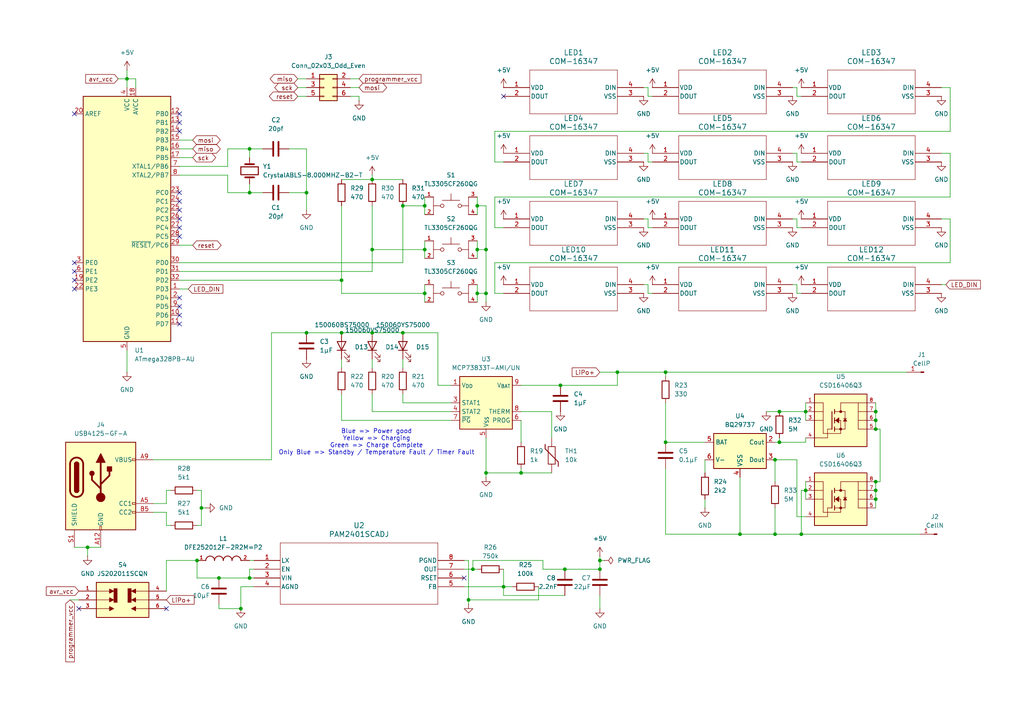
<source format=kicad_sch>
(kicad_sch (version 20231120) (generator "eeschema") (generator_version "8.0")
  (paper "A4")
  (junction (at 25.4 158.75))
  (junction (at 138.43 72.39))
  (junction (at 193.04 107.95))
  (junction (at 146.05 170.18))
  (junction (at 224.79 133.35))
  (junction (at 163.83 165.1))
  (junction (at 107.95 72.39))
  (junction (at 193.04 128.27))
  (junction (at 254 139.7))
  (junction (at 140.97 137.16))
  (junction (at 72.39 167.64))
  (junction (at 254 144.78))
  (junction (at 72.39 55.88))
  (junction (at 88.9 55.88))
  (junction (at 254 119.38))
  (junction (at 233.68 142.24))
  (junction (at 135.89 173.99))
  (junction (at 226.06 128.27))
  (junction (at 63.5 167.64))
  (junction (at 140.97 85.09))
  (junction (at 123.19 59.69))
  (junction (at 69.85 176.53))
  (junction (at 232.41 154.94))
  (junction (at 226.06 119.38))
  (junction (at 36.83 22.86))
  (junction (at 99.06 96.52))
  (junction (at 138.43 59.69))
  (junction (at 173.99 165.1))
  (junction (at 107.95 52.07))
  (junction (at 138.43 85.09))
  (junction (at 151.13 137.16))
  (junction (at 58.42 147.32))
  (junction (at 123.19 72.39))
  (junction (at 233.68 119.38))
  (junction (at 254 142.24))
  (junction (at 99.06 81.28))
  (junction (at 224.79 154.94))
  (junction (at 137.16 165.1))
  (junction (at 162.56 111.76))
  (junction (at 214.63 154.94))
  (junction (at 116.84 59.69))
  (junction (at 123.19 85.09))
  (junction (at 107.95 96.52))
  (junction (at 57.15 162.56))
  (junction (at 88.9 96.52))
  (junction (at 140.97 72.39))
  (junction (at 254 121.92))
  (junction (at 116.84 96.52))
  (junction (at 179.07 107.95))
  (junction (at 254 124.46))
  (junction (at 72.39 43.18))
  (junction (at 173.99 162.56))
  (no_connect (at 21.59 83.82))
  (no_connect (at 52.07 33.02))
  (no_connect (at 52.07 88.9))
  (no_connect (at 52.07 60.96))
  (no_connect (at 52.07 68.58))
  (no_connect (at 52.07 55.88))
  (no_connect (at 134.62 167.64))
  (no_connect (at 146.05 27.94))
  (no_connect (at 52.07 91.44))
  (no_connect (at 21.59 76.2))
  (no_connect (at 52.07 38.1))
  (no_connect (at 52.07 35.56))
  (no_connect (at 21.59 78.74))
  (no_connect (at 22.86 176.53))
  (no_connect (at 48.26 176.53))
  (no_connect (at 52.07 58.42))
  (no_connect (at 52.07 63.5))
  (no_connect (at 52.07 86.36))
  (no_connect (at 52.07 93.98))
  (no_connect (at 21.59 33.02))
  (no_connect (at 21.59 81.28))
  (no_connect (at 52.07 66.04))
  (wire (pts (xy 99.06 52.07) (xy 107.95 52.07)))
  (wire (pts (xy 224.79 133.35) (xy 224.79 139.7)))
  (wire (pts (xy 52.07 50.8) (xy 66.04 50.8)))
  (wire (pts (xy 107.95 50.8) (xy 107.95 52.07)))
  (wire (pts (xy 88.9 96.52) (xy 99.06 96.52)))
  (wire (pts (xy 78.74 96.52) (xy 88.9 96.52)))
  (wire (pts (xy 66.04 48.26) (xy 66.04 43.18)))
  (wire (pts (xy 73.66 170.18) (xy 69.85 170.18)))
  (wire (pts (xy 179.07 107.95) (xy 193.04 107.95)))
  (wire (pts (xy 143.51 46.99) (xy 146.05 46.99)))
  (wire (pts (xy 231.14 66.04) (xy 231.14 63.5)))
  (wire (pts (xy 63.5 167.64) (xy 72.39 167.64)))
  (wire (pts (xy 138.43 59.69) (xy 138.43 62.23)))
  (wire (pts (xy 231.14 85.09) (xy 231.14 82.55)))
  (wire (pts (xy 275.59 76.2) (xy 275.59 63.5)))
  (wire (pts (xy 233.68 142.24) (xy 233.68 144.78)))
  (wire (pts (xy 231.14 133.35) (xy 231.14 149.86)))
  (wire (pts (xy 116.84 104.14) (xy 116.84 106.68)))
  (wire (pts (xy 72.39 165.1) (xy 72.39 167.64)))
  (wire (pts (xy 151.13 121.92) (xy 151.13 128.27)))
  (wire (pts (xy 86.36 22.86) (xy 88.9 22.86)))
  (wire (pts (xy 193.04 154.94) (xy 214.63 154.94)))
  (wire (pts (xy 58.42 152.4) (xy 57.15 152.4)))
  (wire (pts (xy 123.19 69.85) (xy 123.19 72.39)))
  (wire (pts (xy 143.51 66.04) (xy 146.05 66.04)))
  (wire (pts (xy 231.14 63.5) (xy 229.87 63.5)))
  (wire (pts (xy 157.48 165.1) (xy 163.83 165.1)))
  (wire (pts (xy 72.39 162.56) (xy 73.66 162.56)))
  (wire (pts (xy 231.14 44.45) (xy 229.87 44.45)))
  (wire (pts (xy 52.07 48.26) (xy 66.04 48.26)))
  (wire (pts (xy 116.84 59.69) (xy 123.19 59.69)))
  (wire (pts (xy 107.95 114.3) (xy 107.95 119.38)))
  (wire (pts (xy 151.13 137.16) (xy 140.97 137.16)))
  (wire (pts (xy 58.42 142.24) (xy 57.15 142.24)))
  (wire (pts (xy 275.59 25.4) (xy 273.05 25.4)))
  (wire (pts (xy 193.04 128.27) (xy 204.47 128.27)))
  (wire (pts (xy 232.41 46.99) (xy 231.14 46.99)))
  (wire (pts (xy 134.62 165.1) (xy 137.16 165.1)))
  (wire (pts (xy 173.99 162.56) (xy 173.99 161.29)))
  (wire (pts (xy 187.96 85.09) (xy 187.96 82.55)))
  (wire (pts (xy 273.05 82.55) (xy 274.32 82.55)))
  (wire (pts (xy 123.19 57.15) (xy 123.19 59.69)))
  (wire (pts (xy 36.83 101.6) (xy 36.83 107.95)))
  (wire (pts (xy 189.23 46.99) (xy 187.96 46.99)))
  (wire (pts (xy 78.74 133.35) (xy 44.45 133.35)))
  (wire (pts (xy 204.47 133.35) (xy 204.47 137.16)))
  (wire (pts (xy 224.79 154.94) (xy 232.41 154.94)))
  (wire (pts (xy 140.97 72.39) (xy 138.43 72.39)))
  (wire (pts (xy 156.21 173.99) (xy 135.89 173.99)))
  (wire (pts (xy 72.39 167.64) (xy 73.66 167.64)))
  (wire (pts (xy 123.19 85.09) (xy 123.19 87.63)))
  (wire (pts (xy 232.41 27.94) (xy 231.14 27.94)))
  (wire (pts (xy 36.83 25.4) (xy 36.83 22.86)))
  (wire (pts (xy 66.04 50.8) (xy 66.04 55.88)))
  (wire (pts (xy 224.79 147.32) (xy 224.79 154.94)))
  (wire (pts (xy 138.43 82.55) (xy 138.43 85.09)))
  (wire (pts (xy 254 119.38) (xy 254 121.92)))
  (wire (pts (xy 151.13 111.76) (xy 162.56 111.76)))
  (wire (pts (xy 69.85 176.53) (xy 69.85 170.18)))
  (wire (pts (xy 107.95 52.07) (xy 116.84 52.07)))
  (wire (pts (xy 231.14 46.99) (xy 231.14 44.45)))
  (wire (pts (xy 107.95 119.38) (xy 130.81 119.38)))
  (wire (pts (xy 193.04 135.89) (xy 193.04 154.94)))
  (wire (pts (xy 140.97 72.39) (xy 140.97 59.69)))
  (wire (pts (xy 254 139.7) (xy 254 142.24)))
  (wire (pts (xy 226.06 128.27) (xy 233.68 128.27)))
  (wire (pts (xy 231.14 25.4) (xy 229.87 25.4)))
  (wire (pts (xy 232.41 142.24) (xy 233.68 142.24)))
  (wire (pts (xy 63.5 176.53) (xy 63.5 175.26)))
  (wire (pts (xy 127 111.76) (xy 127 96.52)))
  (wire (pts (xy 143.51 57.15) (xy 275.59 57.15)))
  (wire (pts (xy 107.95 59.69) (xy 107.95 72.39)))
  (wire (pts (xy 140.97 137.16) (xy 140.97 138.43)))
  (wire (pts (xy 52.07 83.82) (xy 54.61 83.82)))
  (wire (pts (xy 214.63 154.94) (xy 224.79 154.94)))
  (wire (pts (xy 254 144.78) (xy 254 147.32)))
  (wire (pts (xy 107.95 72.39) (xy 123.19 72.39)))
  (wire (pts (xy 99.06 121.92) (xy 99.06 114.3)))
  (wire (pts (xy 88.9 60.96) (xy 88.9 55.88)))
  (wire (pts (xy 36.83 22.86) (xy 39.37 22.86)))
  (wire (pts (xy 231.14 149.86) (xy 233.68 149.86)))
  (wire (pts (xy 231.14 82.55) (xy 229.87 82.55)))
  (wire (pts (xy 72.39 45.72) (xy 72.39 43.18)))
  (wire (pts (xy 88.9 55.88) (xy 88.9 43.18)))
  (wire (pts (xy 187.96 25.4) (xy 186.69 25.4)))
  (wire (pts (xy 116.84 116.84) (xy 130.81 116.84)))
  (wire (pts (xy 88.9 43.18) (xy 83.82 43.18)))
  (wire (pts (xy 134.62 170.18) (xy 146.05 170.18)))
  (wire (pts (xy 48.26 162.56) (xy 57.15 162.56)))
  (wire (pts (xy 146.05 170.18) (xy 146.05 165.1)))
  (wire (pts (xy 224.79 133.35) (xy 231.14 133.35)))
  (wire (pts (xy 193.04 109.22) (xy 193.04 107.95)))
  (wire (pts (xy 143.51 38.1) (xy 143.51 46.99)))
  (wire (pts (xy 104.14 27.94) (xy 101.6 27.94)))
  (wire (pts (xy 137.16 165.1) (xy 137.16 162.56)))
  (wire (pts (xy 255.27 139.7) (xy 254 139.7)))
  (wire (pts (xy 52.07 76.2) (xy 116.84 76.2)))
  (wire (pts (xy 99.06 81.28) (xy 99.06 85.09)))
  (wire (pts (xy 48.26 148.59) (xy 44.45 148.59)))
  (wire (pts (xy 156.21 170.18) (xy 156.21 173.99)))
  (wire (pts (xy 254 124.46) (xy 255.27 124.46)))
  (wire (pts (xy 48.26 146.05) (xy 44.45 146.05)))
  (wire (pts (xy 36.83 20.32) (xy 36.83 22.86)))
  (wire (pts (xy 146.05 172.72) (xy 146.05 170.18)))
  (wire (pts (xy 25.4 158.75) (xy 29.21 158.75)))
  (wire (pts (xy 58.42 147.32) (xy 59.69 147.32)))
  (wire (pts (xy 160.02 119.38) (xy 160.02 127)))
  (wire (pts (xy 107.95 104.14) (xy 107.95 106.68)))
  (wire (pts (xy 226.06 127) (xy 226.06 128.27)))
  (wire (pts (xy 143.51 38.1) (xy 275.59 38.1)))
  (wire (pts (xy 135.89 173.99) (xy 135.89 162.56)))
  (wire (pts (xy 66.04 43.18) (xy 72.39 43.18)))
  (wire (pts (xy 107.95 96.52) (xy 116.84 96.52)))
  (wire (pts (xy 146.05 85.09) (xy 143.51 85.09)))
  (wire (pts (xy 140.97 85.09) (xy 140.97 87.63)))
  (wire (pts (xy 123.19 59.69) (xy 123.19 62.23)))
  (wire (pts (xy 179.07 111.76) (xy 179.07 107.95)))
  (wire (pts (xy 151.13 137.16) (xy 160.02 137.16)))
  (wire (pts (xy 187.96 27.94) (xy 187.96 25.4)))
  (wire (pts (xy 63.5 176.53) (xy 69.85 176.53)))
  (wire (pts (xy 135.89 175.26) (xy 135.89 173.99)))
  (wire (pts (xy 187.96 46.99) (xy 187.96 44.45)))
  (wire (pts (xy 255.27 124.46) (xy 255.27 139.7)))
  (wire (pts (xy 52.07 45.72) (xy 55.88 45.72)))
  (wire (pts (xy 231.14 27.94) (xy 231.14 25.4)))
  (wire (pts (xy 21.59 158.75) (xy 25.4 158.75)))
  (wire (pts (xy 58.42 147.32) (xy 58.42 142.24)))
  (wire (pts (xy 39.37 22.86) (xy 39.37 25.4)))
  (wire (pts (xy 123.19 82.55) (xy 123.19 85.09)))
  (wire (pts (xy 34.29 22.86) (xy 36.83 22.86)))
  (wire (pts (xy 189.23 66.04) (xy 187.96 66.04)))
  (wire (pts (xy 233.68 139.7) (xy 233.68 142.24)))
  (wire (pts (xy 137.16 165.1) (xy 138.43 165.1)))
  (wire (pts (xy 57.15 162.56) (xy 57.15 167.64)))
  (wire (pts (xy 99.06 59.69) (xy 99.06 81.28)))
  (wire (pts (xy 233.68 128.27) (xy 233.68 127)))
  (wire (pts (xy 157.48 162.56) (xy 157.48 165.1)))
  (wire (pts (xy 107.95 78.74) (xy 107.95 72.39)))
  (wire (pts (xy 72.39 53.34) (xy 72.39 55.88)))
  (wire (pts (xy 72.39 55.88) (xy 76.2 55.88)))
  (wire (pts (xy 214.63 138.43) (xy 214.63 154.94)))
  (wire (pts (xy 138.43 85.09) (xy 138.43 87.63)))
  (wire (pts (xy 99.06 96.52) (xy 107.95 96.52)))
  (wire (pts (xy 48.26 171.45) (xy 48.26 162.56)))
  (wire (pts (xy 99.06 85.09) (xy 123.19 85.09)))
  (wire (pts (xy 187.96 66.04) (xy 187.96 63.5)))
  (wire (pts (xy 151.13 119.38) (xy 160.02 119.38)))
  (wire (pts (xy 123.19 72.39) (xy 123.19 74.93)))
  (wire (pts (xy 162.56 111.76) (xy 179.07 111.76)))
  (wire (pts (xy 127 96.52) (xy 116.84 96.52)))
  (wire (pts (xy 49.53 142.24) (xy 48.26 142.24)))
  (wire (pts (xy 143.51 76.2) (xy 275.59 76.2)))
  (wire (pts (xy 222.25 119.38) (xy 226.06 119.38)))
  (wire (pts (xy 187.96 82.55) (xy 186.69 82.55)))
  (wire (pts (xy 187.96 44.45) (xy 186.69 44.45)))
  (wire (pts (xy 49.53 152.4) (xy 48.26 152.4)))
  (wire (pts (xy 72.39 43.18) (xy 76.2 43.18)))
  (wire (pts (xy 187.96 63.5) (xy 186.69 63.5)))
  (wire (pts (xy 52.07 81.28) (xy 99.06 81.28)))
  (wire (pts (xy 193.04 128.27) (xy 193.04 116.84)))
  (wire (pts (xy 58.42 147.32) (xy 58.42 152.4)))
  (wire (pts (xy 140.97 127) (xy 140.97 137.16)))
  (wire (pts (xy 52.07 78.74) (xy 107.95 78.74)))
  (wire (pts (xy 140.97 85.09) (xy 140.97 72.39)))
  (wire (pts (xy 151.13 137.16) (xy 151.13 135.89)))
  (wire (pts (xy 86.36 27.94) (xy 88.9 27.94)))
  (wire (pts (xy 99.06 104.14) (xy 99.06 106.68)))
  (wire (pts (xy 275.59 57.15) (xy 275.59 44.45)))
  (wire (pts (xy 52.07 43.18) (xy 55.88 43.18)))
  (wire (pts (xy 116.84 76.2) (xy 116.84 59.69)))
  (wire (pts (xy 233.68 116.84) (xy 233.68 119.38)))
  (wire (pts (xy 275.59 44.45) (xy 273.05 44.45)))
  (wire (pts (xy 137.16 162.56) (xy 157.48 162.56)))
  (wire (pts (xy 52.07 71.12) (xy 55.88 71.12)))
  (wire (pts (xy 101.6 25.4) (xy 104.14 25.4)))
  (wire (pts (xy 232.41 66.04) (xy 231.14 66.04)))
  (wire (pts (xy 130.81 111.76) (xy 127 111.76)))
  (wire (pts (xy 20.32 173.99) (xy 22.86 173.99)))
  (wire (pts (xy 143.51 66.04) (xy 143.51 57.15)))
  (wire (pts (xy 173.99 162.56) (xy 173.99 165.1)))
  (wire (pts (xy 232.41 154.94) (xy 232.41 142.24)))
  (wire (pts (xy 101.6 22.86) (xy 104.14 22.86)))
  (wire (pts (xy 146.05 170.18) (xy 148.59 170.18)))
  (wire (pts (xy 163.83 165.1) (xy 173.99 165.1)))
  (wire (pts (xy 86.36 25.4) (xy 88.9 25.4)))
  (wire (pts (xy 66.04 55.88) (xy 72.39 55.88)))
  (wire (pts (xy 173.99 107.95) (xy 179.07 107.95)))
  (wire (pts (xy 48.26 142.24) (xy 48.26 146.05)))
  (wire (pts (xy 116.84 114.3) (xy 116.84 116.84)))
  (wire (pts (xy 83.82 55.88) (xy 88.9 55.88)))
  (wire (pts (xy 233.68 119.38) (xy 233.68 121.92)))
  (wire (pts (xy 224.79 128.27) (xy 226.06 128.27)))
  (wire (pts (xy 143.51 85.09) (xy 143.51 76.2)))
  (wire (pts (xy 52.07 40.64) (xy 55.88 40.64)))
  (wire (pts (xy 163.83 172.72) (xy 146.05 172.72)))
  (wire (pts (xy 232.41 85.09) (xy 231.14 85.09)))
  (wire (pts (xy 135.89 162.56) (xy 134.62 162.56)))
  (wire (pts (xy 138.43 72.39) (xy 138.43 74.93)))
  (wire (pts (xy 104.14 29.21) (xy 104.14 27.94)))
  (wire (pts (xy 138.43 57.15) (xy 138.43 59.69)))
  (wire (pts (xy 254 116.84) (xy 254 119.38)))
  (wire (pts (xy 48.26 152.4) (xy 48.26 148.59)))
  (wire (pts (xy 204.47 144.78) (xy 204.47 147.32)))
  (wire (pts (xy 57.15 167.64) (xy 63.5 167.64)))
  (wire (pts (xy 25.4 158.75) (xy 25.4 161.29)))
  (wire (pts (xy 73.66 165.1) (xy 72.39 165.1)))
  (wire (pts (xy 138.43 69.85) (xy 138.43 72.39)))
  (wire (pts (xy 189.23 85.09) (xy 187.96 85.09)))
  (wire (pts (xy 173.99 162.56) (xy 175.26 162.56)))
  (wire (pts (xy 266.7 154.94) (xy 232.41 154.94)))
  (wire (pts (xy 193.04 107.95) (xy 262.89 107.95)))
  (wire (pts (xy 173.99 172.72) (xy 173.99 176.53)))
  (wire (pts (xy 78.74 96.52) (xy 78.74 133.35)))
  (wire (pts (xy 275.59 63.5) (xy 273.05 63.5)))
  (wire (pts (xy 226.06 119.38) (xy 233.68 119.38)))
  (wire (pts (xy 254 121.92) (xy 254 124.46)))
  (wire (pts (xy 275.59 38.1) (xy 275.59 25.4)))
  (wire (pts (xy 189.23 27.94) (xy 187.96 27.94)))
  (wire (pts (xy 138.43 85.09) (xy 140.97 85.09)))
  (wire (pts (xy 254 142.24) (xy 254 144.78)))
  (wire (pts (xy 130.81 121.92) (xy 99.06 121.92)))
  (wire (pts (xy 140.97 59.69) (xy 138.43 59.69)))
  (text "Blue => Power good\nYellow => Charging\nGreen => Charge Complete\nOnly Blue => Standby / Temperature Fault / Timer Fault" (at 109.22 128.27 0) (effects (font (size 1.27 1.27))))
  (global_label "LiPo+" (shape input) (at 173.99 107.95 180) (property "Intersheetrefs" "${INTERSHEET_REFS}" (effects (hide yes))))
  (global_label "sck" (shape bidirectional) (at 86.36 25.4 180) (property "Intersheetrefs" "${INTERSHEET_REFS}" (effects (hide yes))))
  (global_label "reset" (shape bidirectional) (at 55.88 71.12 0) (property "Intersheetrefs" "${INTERSHEET_REFS}" (effects (hide yes))))
  (global_label "miso" (shape bidirectional) (at 86.36 22.86 180) (property "Intersheetrefs" "${INTERSHEET_REFS}" (effects (hide yes))))
  (global_label "avr_vcc" (shape input) (at 34.29 22.86 180) (property "Intersheetrefs" "${INTERSHEET_REFS}" (effects (hide yes))))
  (global_label "LED_DIN" (shape input) (at 54.61 83.82 0) (property "Intersheetrefs" "${INTERSHEET_REFS}" (effects (hide yes))))
  (global_label "avr_vcc" (shape input) (at 22.86 171.45 180) (property "Intersheetrefs" "${INTERSHEET_REFS}" (effects (hide yes))))
  (global_label "mosi" (shape bidirectional) (at 104.14 25.4 0) (property "Intersheetrefs" "${INTERSHEET_REFS}" (effects (hide yes))))
  (global_label "miso" (shape bidirectional) (at 55.88 43.18 0) (property "Intersheetrefs" "${INTERSHEET_REFS}" (effects (hide yes))))
  (global_label "sck" (shape bidirectional) (at 55.88 45.72 0) (property "Intersheetrefs" "${INTERSHEET_REFS}" (effects (hide yes))))
  (global_label "LED_DIN" (shape input) (at 274.32 82.55 0) (property "Intersheetrefs" "${INTERSHEET_REFS}" (effects (hide yes))))
  (global_label "reset" (shape bidirectional) (at 86.36 27.94 180) (property "Intersheetrefs" "${INTERSHEET_REFS}" (effects (hide yes))))
  (global_label "programmer_vcc" (shape input) (at 20.32 173.99 270) (property "Intersheetrefs" "${INTERSHEET_REFS}" (effects (hide yes))))
  (global_label "LiPo+" (shape input) (at 48.26 173.99 0) (property "Intersheetrefs" "${INTERSHEET_REFS}" (effects (hide yes))))
  (global_label "programmer_vcc" (shape input) (at 104.14 22.86 0) (property "Intersheetrefs" "${INTERSHEET_REFS}" (effects (hide yes))))
  (global_label "mosi" (shape bidirectional) (at 55.88 40.64 0) (property "Intersheetrefs" "${INTERSHEET_REFS}" (effects (hide yes))))
  (symbol (lib_id "power:GND") (at 186.69 46.99 0) (unit 1)
    (property "Reference" "#PWR040" (effects (hide yes)))
    (property "Value" "GND" (at 186.69 52.07 0))
    (property "Description" "Power symbol creates a global label with name \"GND\" , ground" (effects (hide yes)))
  )
  (symbol (lib_id "power:+5V") (at 232.41 82.55 0) (unit 1)
    (property "Reference" "#PWR030" (effects (hide yes)))
    (property "Value" "+5V" (at 232.41 77.47 0))
    (property "Description" "Power symbol creates a global label with name \"+5V\"" (effects (hide yes)))
  )
  (symbol (lib_id "2025-02-10_07-18-37:PAM2401SCADJ") (at 73.66 162.56 0) (unit 1)
    (property "Reference" "U2" (at 104.14 152.4 0) (effects (font (size 1.524 1.524))))
    (property "Value" "PAM2401SCADJ" (at 104.14 154.94 0) (effects (font (size 1.524 1.524))))
    (property "Footprint" "footprints:MSOP8_DIO" (effects (hide yes)))
    (property "Datasheet" "PAM2401SCADJ" (effects (hide yes)))
  )
  (symbol (lib_id "Device:LED") (at 107.95 100.33 90) (unit 1)
    (property "Reference" "D14" (at 111.76 100.6474 90) (effects (justify right)))
    (property "Value" "150060VS75000" (at 100.076 95.758 90) (effects (justify right)))
    (property "Footprint" "LED_SMD:LED_0603_1608Metric" (effects (hide yes)))
    (property "Description" "Light emitting diode" (effects (hide yes)))
  )
  (symbol (lib_id "Device:R") (at 226.06 123.19 180) (unit 1)
    (property "Reference" "R32" (at 228.6 121.9199 0) (effects (justify right)))
    (property "Value" "5M" (at 228.6 124.4599 0) (effects (justify right)))
    (property "Footprint" "Resistor_SMD:R_1206_3216Metric_Pad1.30x1.75mm_HandSolder" (effects (hide yes)))
    (property "Description" "Resistor" (effects (hide yes)))
  )
  (symbol (lib_id "2025-02-11_20-59-00:COM-16347") (at 189.23 25.4 0) (unit 1)
    (property "Reference" "LED2" (at 209.55 15.24 0) (effects (font (size 1.524 1.524))))
    (property "Value" "COM-16347" (at 209.55 17.78 0) (effects (font (size 1.524 1.524))))
    (property "Footprint" "COM_16347:COM-16347_SPK" (effects (hide yes)))
    (property "Datasheet" "COM-16347" (effects (hide yes)))
  )
  (symbol (lib_id "Device:C") (at 163.83 168.91 180) (unit 1)
    (property "Reference" "C8" (at 158.496 167.64 0) (effects (justify right)))
    (property "Value" "2.2nF" (at 156.21 170.18 0) (effects (justify right)))
    (property "Footprint" "Capacitor_SMD:C_1206_3216Metric_Pad1.33x1.80mm_HandSolder" (effects (hide yes)))
    (property "Description" "Unpolarized capacitor" (effects (hide yes)))
  )
  (symbol (lib_id "power:GND") (at 173.99 176.53 0) (unit 1)
    (property "Reference" "#PWR021" (effects (hide yes)))
    (property "Value" "GND" (at 173.99 181.61 0))
    (property "Description" "Power symbol creates a global label with name \"GND\" , ground" (effects (hide yes)))
  )
  (symbol (lib_id "power:+5V") (at 189.23 25.4 0) (unit 1)
    (property "Reference" "#PWR09" (effects (hide yes)))
    (property "Value" "+5V" (at 189.23 20.32 0))
    (property "Description" "Power symbol creates a global label with name \"+5V\"" (effects (hide yes)))
  )
  (symbol (lib_id "power:+5V") (at 232.41 44.45 0) (unit 1)
    (property "Reference" "#PWR028" (effects (hide yes)))
    (property "Value" "+5V" (at 232.41 39.37 0))
    (property "Description" "Power symbol creates a global label with name \"+5V\"" (effects (hide yes)))
  )
  (symbol (lib_id "TL3305CF260QG:TL3305CF260QG") (at 130.81 59.69 0) (unit 1)
    (property "Reference" "S1" (at 130.81 50.8 0))
    (property "Value" "TL3305CF260QG" (at 130.81 53.34 0))
    (property "Footprint" "TL3305CF260QG:SW_TL3305CF260QG" (effects (hide yes)))
    (property "PARTREV" "C" (effects (hide yes)))
    (property "STANDARD" "Manufacturer Recommendations" (effects (hide yes)))
    (property "MANUFACTURER" "E-Switch" (effects (hide yes)))
    (property "MAXIMUM_PACKAGE_HEIGHT" "5 mm" (effects (hide yes)))
    (property "SNAPEDA_PN" "TL3305BF260QG" (effects (hide yes)))
  )
  (symbol (lib_id "power:GND") (at 273.05 66.04 0) (unit 1)
    (property "Reference" "#PWR032" (effects (hide yes)))
    (property "Value" "GND" (at 273.05 71.12 0))
    (property "Description" "Power symbol creates a global label with name \"GND\" , ground" (effects (hide yes)))
  )
  (symbol (lib_id "power:+5V") (at 189.23 44.45 0) (unit 1)
    (property "Reference" "#PWR010" (effects (hide yes)))
    (property "Value" "+5V" (at 189.23 39.37 0))
    (property "Description" "Power symbol creates a global label with name \"+5V\"" (effects (hide yes)))
  )
  (symbol (lib_id "power:+5V") (at 36.83 20.32 0) (unit 1)
    (property "Reference" "#PWR03" (effects (hide yes)))
    (property "Value" "+5V" (at 36.83 15.24 0))
    (property "Description" "Power symbol creates a global label with name \"+5V\"" (effects (hide yes)))
  )
  (symbol (lib_id "Device:C") (at 63.5 171.45 180) (unit 1)
    (property "Reference" "C6" (at 58.166 170.18 0) (effects (justify right)))
    (property "Value" "10µF" (at 55.88 172.72 0) (effects (justify right)))
    (property "Footprint" "Capacitor_SMD:C_1206_3216Metric_Pad1.33x1.80mm_HandSolder" (effects (hide yes)))
    (property "Description" "Unpolarized capacitor" (effects (hide yes)))
  )
  (symbol (lib_id "power:GND") (at 162.56 119.38 0) (unit 1)
    (property "Reference" "#PWR013" (effects (hide yes)))
    (property "Value" "GND" (at 162.56 124.46 0))
    (property "Description" "Power symbol creates a global label with name \"GND\" , ground" (effects (hide yes)))
  )
  (symbol (lib_id "power:GND") (at 229.87 27.94 0) (unit 1)
    (property "Reference" "#PWR035" (effects (hide yes)))
    (property "Value" "GND" (at 229.87 33.02 0))
    (property "Description" "Power symbol creates a global label with name \"GND\" , ground" (effects (hide yes)))
  )
  (symbol (lib_id "Device:C") (at 173.99 168.91 180) (unit 1)
    (property "Reference" "C7" (at 168.656 167.64 0) (effects (justify right)))
    (property "Value" "22µF" (at 166.37 170.18 0) (effects (justify right)))
    (property "Footprint" "Capacitor_SMD:C_1206_3216Metric_Pad1.33x1.80mm_HandSolder" (effects (hide yes)))
    (property "Description" "Unpolarized capacitor" (effects (hide yes)))
  )
  (symbol (lib_id "CSD16406Q3:CSD16406Q3") (at 243.84 121.92 0) (unit 1)
    (property "Reference" "U5" (at 243.84 109.22 0))
    (property "Value" "CSD16406Q3" (at 243.84 111.76 0))
    (property "Footprint" "CSD16406Q3:TRANS_CSD16406Q3" (effects (hide yes)))
    (property "MF" "Texas Instruments" (effects (hide yes)))
    (property "MOUSER-PURCHASE-URL" "https://snapeda.com/shop?store=Mouser&id=288071" (effects (hide yes)))
    (property "DESCRIPTION" "25V, N ch NexFET MOSFET, single SON3x3, 7.4mOhm 8-VSON-CLIP -55 to 150" (effects (hide yes)))
    (property "PACKAGE" "VSON-CLIP-8 Texas Instruments" (effects (hide yes)))
    (property "PRICE" "None" (effects (hide yes)))
    (property "MP" "CSD16406Q3" (effects (hide yes)))
    (property "TEXAS_INSTRUMENTS-PURCHASE-URL" "https://snapeda.com/shop?store=Texas+Instruments&id=288071" (effects (hide yes)))
    (property "AVAILABILITY" "Good" (effects (hide yes)))
    (property "DIGIKEY-PURCHASE-URL" "https://snapeda.com/shop?store=DigiKey&id=288071" (effects (hide yes)))
  )
  (symbol (lib_id "power:GND") (at 229.87 46.99 0) (unit 1)
    (property "Reference" "#PWR036" (effects (hide yes)))
    (property "Value" "GND" (at 229.87 52.07 0))
    (property "Description" "Power symbol creates a global label with name \"GND\" , ground" (effects (hide yes)))
  )
  (symbol (lib_id "Device:R") (at 152.4 170.18 90) (unit 1)
    (property "Reference" "R25" (at 152.4 163.83 90))
    (property "Value" "100k" (at 152.4 166.37 90))
    (property "Footprint" "Resistor_SMD:R_1206_3216Metric_Pad1.30x1.75mm_HandSolder" (effects (hide yes)))
    (property "Description" "Resistor" (effects (hide yes)))
  )
  (symbol (lib_id "2025-02-11_20-59-00:COM-16347") (at 232.41 63.5 0) (unit 1)
    (property "Reference" "LED9" (at 252.73 53.34 0) (effects (font (size 1.524 1.524))))
    (property "Value" "COM-16347" (at 252.73 55.88 0) (effects (font (size 1.524 1.524))))
    (property "Footprint" "COM_16347:COM-16347_SPK" (effects (hide yes)))
    (property "Datasheet" "COM-16347" (effects (hide yes)))
  )
  (symbol (lib_id "power:GND") (at 186.69 66.04 0) (unit 1)
    (property "Reference" "#PWR041" (effects (hide yes)))
    (property "Value" "GND" (at 186.69 71.12 0))
    (property "Description" "Power symbol creates a global label with name \"GND\" , ground" (effects (hide yes)))
  )
  (symbol (lib_id "power:+5V") (at 232.41 25.4 0) (unit 1)
    (property "Reference" "#PWR027" (effects (hide yes)))
    (property "Value" "+5V" (at 232.41 20.32 0))
    (property "Description" "Power symbol creates a global label with name \"+5V\"" (effects (hide yes)))
  )
  (symbol (lib_id "Device:R") (at 116.84 110.49 180) (unit 1)
    (property "Reference" "R21" (at 119.38 109.2199 0) (effects (justify right)))
    (property "Value" "470" (at 119.38 111.7599 0) (effects (justify right)))
    (property "Footprint" "Resistor_SMD:R_1206_3216Metric_Pad1.30x1.75mm_HandSolder" (effects (hide yes)))
    (property "Description" "Resistor" (effects (hide yes)))
  )
  (symbol (lib_id "TL3305CF260QG:TL3305CF260QG") (at 130.81 72.39 0) (unit 1)
    (property "Reference" "S2" (at 130.81 63.5 0))
    (property "Value" "TL3305CF260QG" (at 130.81 66.04 0))
    (property "Footprint" "TL3305CF260QG:SW_TL3305CF260QG" (effects (hide yes)))
    (property "PARTREV" "C" (effects (hide yes)))
    (property "STANDARD" "Manufacturer Recommendations" (effects (hide yes)))
    (property "MANUFACTURER" "E-Switch" (effects (hide yes)))
    (property "MAXIMUM_PACKAGE_HEIGHT" "5 mm" (effects (hide yes)))
    (property "SNAPEDA_PN" "TL3305BF260QG" (effects (hide yes)))
  )
  (symbol (lib_id "2025-02-11_20-59-00:COM-16347") (at 146.05 63.5 0) (unit 1)
    (property "Reference" "LED7" (at 166.37 53.34 0) (effects (font (size 1.524 1.524))))
    (property "Value" "COM-16347" (at 166.37 55.88 0) (effects (font (size 1.524 1.524))))
    (property "Footprint" "COM_16347:COM-16347_SPK" (effects (hide yes)))
    (property "Datasheet" "COM-16347" (effects (hide yes)))
  )
  (symbol (lib_id "Device:R") (at 116.84 55.88 0) (unit 1)
    (property "Reference" "R31" (at 119.38 54.6099 0) (effects (justify left)))
    (property "Value" "470" (at 119.38 57.1499 0) (effects (justify left)))
    (property "Footprint" "Resistor_SMD:R_1206_3216Metric_Pad1.30x1.75mm_HandSolder" (effects (hide yes)))
    (property "Description" "Resistor" (effects (hide yes)))
  )
  (symbol (lib_id "power:GND") (at 36.83 107.95 0) (unit 1)
    (property "Reference" "#PWR02" (effects (hide yes)))
    (property "Value" "GND" (at 36.83 113.03 0))
    (property "Description" "Power symbol creates a global label with name \"GND\" , ground" (effects (hide yes)))
  )
  (symbol (lib_id "power:+5V") (at 189.23 82.55 0) (unit 1)
    (property "Reference" "#PWR026" (effects (hide yes)))
    (property "Value" "+5V" (at 189.23 77.47 0))
    (property "Description" "Power symbol creates a global label with name \"+5V\"" (effects (hide yes)))
  )
  (symbol (lib_id "Device:R") (at 151.13 132.08 0) (unit 1)
    (property "Reference" "R19" (at 153.67 130.8099 0) (effects (justify left)))
    (property "Value" "1k" (at 153.67 133.3499 0) (effects (justify left)))
    (property "Footprint" "Resistor_SMD:R_1206_3216Metric_Pad1.30x1.75mm_HandSolder" (effects (hide yes)))
    (property "Description" "Resistor" (effects (hide yes)))
  )
  (symbol (lib_id "Device:R") (at 99.06 55.88 0) (unit 1)
    (property "Reference" "R29" (at 101.6 54.6099 0) (effects (justify left)))
    (property "Value" "470" (at 101.6 57.1499 0) (effects (justify left)))
    (property "Footprint" "Resistor_SMD:R_1206_3216Metric_Pad1.30x1.75mm_HandSolder" (effects (hide yes)))
    (property "Description" "Resistor" (effects (hide yes)))
  )
  (symbol (lib_id "power:GND") (at 229.87 66.04 0) (unit 1)
    (property "Reference" "#PWR037" (effects (hide yes)))
    (property "Value" "GND" (at 229.87 71.12 0))
    (property "Description" "Power symbol creates a global label with name \"GND\" , ground" (effects (hide yes)))
  )
  (symbol (lib_id "power:GND") (at 186.69 85.09 0) (unit 1)
    (property "Reference" "#PWR042" (effects (hide yes)))
    (property "Value" "GND" (at 186.69 90.17 0))
    (property "Description" "Power symbol creates a global label with name \"GND\" , ground" (effects (hide yes)))
  )
  (symbol (lib_id "power:GND") (at 273.05 27.94 0) (unit 1)
    (property "Reference" "#PWR034" (effects (hide yes)))
    (property "Value" "GND" (at 273.05 33.02 0))
    (property "Description" "Power symbol creates a global label with name \"GND\" , ground" (effects (hide yes)))
  )
  (symbol (lib_id "2025-02-11_20-59-00:COM-16347") (at 232.41 44.45 0) (unit 1)
    (property "Reference" "LED6" (at 252.73 34.29 0) (effects (font (size 1.524 1.524))))
    (property "Value" "COM-16347" (at 252.73 36.83 0) (effects (font (size 1.524 1.524))))
    (property "Footprint" "COM_16347:COM-16347_SPK" (effects (hide yes)))
    (property "Datasheet" "COM-16347" (effects (hide yes)))
  )
  (symbol (lib_id "power:GND") (at 186.69 27.94 0) (unit 1)
    (property "Reference" "#PWR039" (effects (hide yes)))
    (property "Value" "GND" (at 186.69 33.02 0))
    (property "Description" "Power symbol creates a global label with name \"GND\" , ground" (effects (hide yes)))
  )
  (symbol (lib_id "Device:R") (at 53.34 142.24 90) (unit 1)
    (property "Reference" "R28" (at 53.34 135.89 90))
    (property "Value" "5k1" (at 53.34 138.43 90))
    (property "Footprint" "Resistor_SMD:R_1206_3216Metric_Pad1.30x1.75mm_HandSolder" (effects (hide yes)))
    (property "Description" "Resistor" (effects (hide yes)))
  )
  (symbol (lib_id "power:+5V") (at 146.05 25.4 0) (unit 1)
    (property "Reference" "#PWR04" (effects (hide yes)))
    (property "Value" "+5V" (at 146.05 20.32 0))
    (property "Description" "Power symbol creates a global label with name \"+5V\"" (effects (hide yes)))
  )
  (symbol (lib_id "Device:Thermistor") (at 160.02 132.08 0) (unit 1)
    (property "Reference" "TH1" (at 163.83 130.8099 0) (effects (justify left)))
    (property "Value" "10k" (at 163.83 133.3499 0) (effects (justify left)))
    (property "Footprint" "Resistor_SMD:R_0603_1608Metric" (effects (hide yes)))
    (property "Description" "Temperature dependent resistor" (effects (hide yes)))
  )
  (symbol (lib_id "power:GND") (at 69.85 176.53 0) (unit 1)
    (property "Reference" "#PWR020" (effects (hide yes)))
    (property "Value" "GND" (at 69.85 181.61 0))
    (property "Description" "Power symbol creates a global label with name \"GND\" , ground" (effects (hide yes)))
  )
  (symbol (lib_id "DFE252012F-2R2M_P2:DFE252012F-2R2M=P2") (at 64.77 162.56 0) (unit 1)
    (property "Reference" "L1" (at 64.77 156.21 0))
    (property "Value" "DFE252012F-2R2M=P2" (at 64.77 158.75 0))
    (property "Footprint" "DF252012F-2R2M_P2:INDC2520X120N" (effects (hide yes)))
  )
  (symbol (lib_id "power:GND") (at 104.14 29.21 0) (unit 1)
    (property "Reference" "#PWR024" (effects (hide yes)))
    (property "Value" "GND" (at 104.14 34.29 0))
    (property "Description" "Power symbol creates a global label with name \"GND\" , ground" (effects (hide yes)))
  )
  (symbol (lib_id "Device:R") (at 204.47 140.97 180) (unit 1)
    (property "Reference" "R24" (at 207.01 139.6999 0) (effects (justify right)))
    (property "Value" "2k2" (at 207.01 142.2399 0) (effects (justify right)))
    (property "Footprint" "Resistor_SMD:R_1206_3216Metric_Pad1.30x1.75mm_HandSolder" (effects (hide yes)))
    (property "Description" "Resistor" (effects (hide yes)))
  )
  (symbol (lib_id "2025-02-11_20-59-00:COM-16347") (at 189.23 44.45 0) (unit 1)
    (property "Reference" "LED5" (at 209.55 34.29 0) (effects (font (size 1.524 1.524))))
    (property "Value" "COM-16347" (at 209.55 36.83 0) (effects (font (size 1.524 1.524))))
    (property "Footprint" "COM_16347:COM-16347_SPK" (effects (hide yes)))
    (property "Datasheet" "COM-16347" (effects (hide yes)))
  )
  (symbol (lib_id "2025-02-11_20-59-00:COM-16347") (at 146.05 25.4 0) (unit 1)
    (property "Reference" "LED1" (at 166.37 15.24 0) (effects (font (size 1.524 1.524))))
    (property "Value" "COM-16347" (at 166.37 17.78 0) (effects (font (size 1.524 1.524))))
    (property "Footprint" "COM_16347:COM-16347_SPK" (effects (hide yes)))
    (property "Datasheet" "COM-16347" (effects (hide yes)))
  )
  (symbol (lib_id "power:GND") (at 88.9 60.96 0) (unit 1)
    (property "Reference" "#PWR01" (effects (hide yes)))
    (property "Value" "GND" (at 88.9 66.04 0))
    (property "Description" "Power symbol creates a global label with name \"GND\" , ground" (effects (hide yes)))
  )
  (symbol (lib_id "Device:R") (at 224.79 143.51 180) (unit 1)
    (property "Reference" "R33" (at 227.33 142.2399 0) (effects (justify right)))
    (property "Value" "5M" (at 227.33 144.7799 0) (effects (justify right)))
    (property "Footprint" "Resistor_SMD:R_1206_3216Metric_Pad1.30x1.75mm_HandSolder" (effects (hide yes)))
    (property "Description" "Resistor" (effects (hide yes)))
  )
  (symbol (lib_id "power:PWR_FLAG") (at 175.26 162.56 270) (unit 1)
    (property "Reference" "#FLG01" (effects (hide yes)))
    (property "Value" "PWR_FLAG" (at 179.07 162.5599 90) (effects (justify left)))
    (property "Description" "Special symbol for telling ERC where power comes from" (effects (hide yes)))
  )
  (symbol (lib_id "power:GND") (at 25.4 161.29 0) (unit 1)
    (property "Reference" "#PWR018" (effects (hide yes)))
    (property "Value" "GND" (at 25.4 166.37 0))
    (property "Description" "Power symbol creates a global label with name \"GND\" , ground" (effects (hide yes)))
  )
  (symbol (lib_id "power:GND") (at 88.9 104.14 0) (unit 1)
    (property "Reference" "#PWR012" (effects (hide yes)))
    (property "Value" "GND" (at 88.9 109.22 0))
    (property "Description" "Power symbol creates a global label with name \"GND\" , ground" (effects (hide yes)))
  )
  (symbol (lib_id "Device:R") (at 142.24 165.1 270) (unit 1)
    (property "Reference" "R26" (at 142.24 158.75 90))
    (property "Value" "750k" (at 142.24 161.29 90))
    (property "Footprint" "Resistor_SMD:R_1206_3216Metric_Pad1.30x1.75mm_HandSolder" (effects (hide yes)))
    (property "Description" "Resistor" (effects (hide yes)))
  )
  (symbol (lib_id "2025-02-11_20-59-00:COM-16347") (at 189.23 63.5 0) (unit 1)
    (property "Reference" "LED8" (at 209.55 53.34 0) (effects (font (size 1.524 1.524))))
    (property "Value" "COM-16347" (at 209.55 55.88 0) (effects (font (size 1.524 1.524))))
    (property "Footprint" "COM_16347:COM-16347_SPK" (effects (hide yes)))
    (property "Datasheet" "COM-16347" (effects (hide yes)))
  )
  (symbol (lib_id "Device:R") (at 99.06 110.49 180) (unit 1)
    (property "Reference" "R22" (at 101.6 109.2199 0) (effects (justify right)))
    (property "Value" "470" (at 101.6 111.7599 0) (effects (justify right)))
    (property "Footprint" "Resistor_SMD:R_1206_3216Metric_Pad1.30x1.75mm_HandSolder" (effects (hide yes)))
    (property "Description" "Resistor" (effects (hide yes)))
  )
  (symbol (lib_id "Device:Crystal") (at 72.39 49.53 90) (unit 1)
    (property "Reference" "Y1" (at 76.2 48.2599 90) (effects (justify right)))
    (property "Value" "CrystalABLS-8.000MHZ-B2-T" (at 76.2 50.7999 90) (effects (justify right)))
    (property "Footprint" "Crystal:Crystal_SMD_HC49-SD" (effects (hide yes)))
    (property "Description" "Two pin crystal" (effects (hide yes)))
  )
  (symbol (lib_id "power:GND") (at 140.97 138.43 0) (unit 1)
    (property "Reference" "#PWR011" (effects (hide yes)))
    (property "Value" "GND" (at 140.97 143.51 0))
    (property "Description" "Power symbol creates a global label with name \"GND\" , ground" (effects (hide yes)))
  )
  (symbol (lib_id "power:GND") (at 273.05 46.99 0) (unit 1)
    (property "Reference" "#PWR033" (effects (hide yes)))
    (property "Value" "GND" (at 273.05 52.07 0))
    (property "Description" "Power symbol creates a global label with name \"GND\" , ground" (effects (hide yes)))
  )
  (symbol (lib_id "power:+5V") (at 232.41 63.5 0) (unit 1)
    (property "Reference" "#PWR029" (effects (hide yes)))
    (property "Value" "+5V" (at 232.41 58.42 0))
    (property "Description" "Power symbol creates a global label with name \"+5V\"" (effects (hide yes)))
  )
  (symbol (lib_id "power:GND") (at 273.05 85.09 0) (unit 1)
    (property "Reference" "#PWR031" (effects (hide yes)))
    (property "Value" "GND" (at 273.05 90.17 0))
    (property "Description" "Power symbol creates a global label with name \"GND\" , ground" (effects (hide yes)))
  )
  (symbol (lib_id "MCU_Microchip_ATmega:ATmega328PB-A") (at 36.83 63.5 0) (unit 1)
    (property "Reference" "U1" (at 39.0241 101.6 0) (effects (justify left)))
    (property "Value" "ATmega328PB-AU" (at 39.0241 104.14 0) (effects (justify left)))
    (property "Footprint" "Package_QFP:TQFP-32_7x7mm_P0.8mm" (effects (hide yes)))
    (property "Datasheet" "http://ww1.microchip.com/downloads/en/DeviceDoc/40001906C.pdf" (effects (hide yes)))
    (property "Description" "20MHz, 32kB Flash, 2kB SRAM, 1kB EEPROM, TQFP-32" (effects (hide yes)))
  )
  (symbol (lib_id "power:+5V") (at 146.05 63.5 0) (unit 1)
    (property "Reference" "#PWR07" (effects (hide yes)))
    (property "Value" "+5V" (at 146.05 58.42 0))
    (property "Description" "Power symbol creates a global label with name \"+5V\"" (effects (hide yes)))
  )
  (symbol (lib_id "Device:C") (at 162.56 115.57 0) (unit 1)
    (property "Reference" "C4" (at 166.37 114.2999 0) (effects (justify left)))
    (property "Value" "1µF" (at 166.37 116.8399 0) (effects (justify left)))
    (property "Footprint" "Capacitor_SMD:C_1206_3216Metric_Pad1.33x1.80mm_HandSolder" (effects (hide yes)))
    (property "Description" "Unpolarized capacitor" (effects (hide yes)))
  )
  (symbol (lib_id "power:+5V") (at 146.05 82.55 0) (unit 1)
    (property "Reference" "#PWR08" (effects (hide yes)))
    (property "Value" "+5V" (at 146.05 77.47 0))
    (property "Description" "Power symbol creates a global label with name \"+5V\"" (effects (hide yes)))
  )
  (symbol (lib_id "power:+5V") (at 107.95 50.8 0) (unit 1)
    (property "Reference" "#PWR023" (effects (hide yes)))
    (property "Value" "+5V" (at 107.95 45.72 0))
    (property "Description" "Power symbol creates a global label with name \"+5V\"" (effects (hide yes)))
  )
  (symbol (lib_id "Connector:Conn_01x01_Pin") (at 271.78 154.94 180) (unit 1)
    (property "Reference" "J2" (at 271.145 149.86 0))
    (property "Value" "CellN" (at 271.145 152.4 0))
    (property "Footprint" "Connector_Wire:SolderWire-0.75sqmm_1x01_D1.25mm_OD3.5mm" (effects (hide yes)))
    (property "Description" "Generic connector, single row, 01x01, script generated" (effects (hide yes)))
  )
  (symbol (lib_id "Device:C") (at 193.04 132.08 0) (unit 1)
    (property "Reference" "C5" (at 196.85 130.8099 0) (effects (justify left)))
    (property "Value" "0.1µF" (at 196.85 133.3499 0) (effects (justify left)))
    (property "Footprint" "Capacitor_SMD:C_1206_3216Metric_Pad1.33x1.80mm_HandSolder" (effects (hide yes)))
    (property "Description" "Unpolarized capacitor" (effects (hide yes)))
  )
  (symbol (lib_id "Connector_Generic:Conn_02x03_Odd_Even") (at 93.98 25.4 0) (unit 1)
    (property "Reference" "J3" (at 95.25 16.51 0))
    (property "Value" "Conn_02x03_Odd_Even" (at 95.25 19.05 0))
    (property "Footprint" "Connector_IDC:IDC-Header_2x03_P2.54mm_Vertical" (effects (hide yes)))
    (property "Description" "Generic connector, double row, 02x03, odd/even pin numbering scheme (row 1 odd numbers, row 2 even numbers), script generated (kicad-library-utils/schlib/autogen/connector/)" (effects (hide yes)))
  )
  (symbol (lib_id "Connector:USB_C_Receptacle_PowerOnly_6P") (at 29.21 140.97 0) (unit 1)
    (property "Reference" "J4" (at 29.21 123.19 0))
    (property "Value" "USB4125-GF-A" (at 29.21 125.73 0))
    (property "Footprint" "Connector_USB:USB_C_Receptacle_GCT_USB4125-xx-x_6P_TopMnt_Horizontal" (effects (hide yes)))
    (property "Datasheet" "https://www.usb.org/sites/default/files/documents/usb_type-c.zip" (effects (hide yes)))
    (property "Description" "USB Power-Only 6P Type-C Receptacle connector" (effects (hide yes)))
  )
  (symbol (lib_id "Device:R") (at 107.95 55.88 0) (unit 1)
    (property "Reference" "R30" (at 110.49 54.6099 0) (effects (justify left)))
    (property "Value" "470" (at 110.49 57.1499 0) (effects (justify left)))
    (property "Footprint" "Resistor_SMD:R_1206_3216Metric_Pad1.30x1.75mm_HandSolder" (effects (hide yes)))
    (property "Description" "Resistor" (effects (hide yes)))
  )
  (symbol (lib_id "Device:C") (at 80.01 43.18 90) (unit 1)
    (property "Reference" "C2" (at 80.01 34.798 90))
    (property "Value" "20pf" (at 80.01 37.338 90))
    (property "Footprint" "Capacitor_SMD:C_1206_3216Metric_Pad1.33x1.80mm_HandSolder" (effects (hide yes)))
    (property "Description" "Unpolarized capacitor" (effects (hide yes)))
  )
  (symbol (lib_id "Device:R") (at 107.95 110.49 180) (unit 1)
    (property "Reference" "R20" (at 110.49 109.2199 0) (effects (justify right)))
    (property "Value" "470" (at 110.49 111.7599 0) (effects (justify right)))
    (property "Footprint" "Resistor_SMD:R_1206_3216Metric_Pad1.30x1.75mm_HandSolder" (effects (hide yes)))
    (property "Description" "Resistor" (effects (hide yes)))
  )
  (symbol (lib_id "Device:LED") (at 116.84 100.33 90) (unit 1)
    (property "Reference" "D15" (at 120.65 100.6474 90) (effects (justify right)))
    (property "Value" "150060YS75000" (at 108.966 94.234 90) (effects (justify right)))
    (property "Footprint" "LED_SMD:LED_0603_1608Metric" (effects (hide yes)))
    (property "Description" "Light emitting diode" (effects (hide yes)))
  )
  (symbol (lib_id "TL3305CF260QG:TL3305CF260QG") (at 130.81 85.09 0) (unit 1)
    (property "Reference" "S3" (at 130.81 76.2 0))
    (property "Value" "TL3305CF260QG" (at 130.81 78.74 0))
    (property "Footprint" "TL3305CF260QG:SW_TL3305CF260QG" (effects (hide yes)))
    (property "PARTREV" "C" (effects (hide yes)))
    (property "STANDARD" "Manufacturer Recommendations" (effects (hide yes)))
    (property "MANUFACTURER" "E-Switch" (effects (hide yes)))
    (property "MAXIMUM_PACKAGE_HEIGHT" "5 mm" (effects (hide yes)))
    (property "SNAPEDA_PN" "TL3305BF260QG" (effects (hide yes)))
  )
  (symbol (lib_id "2025-02-11_20-59-00:COM-16347") (at 146.05 44.45 0) (unit 1)
    (property "Reference" "LED4" (at 166.37 34.29 0) (effects (font (size 1.524 1.524))))
    (property "Value" "COM-16347" (at 166.37 36.83 0) (effects (font (size 1.524 1.524))))
    (property "Footprint" "COM_16347:COM-16347_SPK" (effects (hide yes)))
    (property "Datasheet" "COM-16347" (effects (hide yes)))
  )
  (symbol (lib_id "power:+5V") (at 173.99 161.29 0) (unit 1)
    (property "Reference" "#PWR022" (effects (hide yes)))
    (property "Value" "+5V" (at 173.99 156.21 0))
    (property "Description" "Power symbol creates a global label with name \"+5V\"" (effects (hide yes)))
  )
  (symbol (lib_id "Device:R") (at 193.04 113.03 180) (unit 1)
    (property "Reference" "R23" (at 195.58 111.7599 0) (effects (justify right)))
    (property "Value" "330" (at 195.58 114.2999 0) (effects (justify right)))
    (property "Footprint" "Resistor_SMD:R_1206_3216Metric_Pad1.30x1.75mm_HandSolder" (effects (hide yes)))
    (property "Description" "Resistor" (effects (hide yes)))
  )
  (symbol (lib_id "Device:LED") (at 99.06 100.33 90) (unit 1)
    (property "Reference" "D13" (at 102.87 100.6474 90) (effects (justify right)))
    (property "Value" "150060BS75000" (at 91.186 94.234 90) (effects (justify right)))
    (property "Footprint" "LED_SMD:LED_0603_1608Metric" (effects (hide yes)))
    (property "Description" "Light emitting diode" (effects (hide yes)))
  )
  (symbol (lib_id "power:GND") (at 222.25 119.38 0) (unit 1)
    (property "Reference" "#PWR015" (effects (hide yes)))
    (property "Value" "GND" (at 222.25 124.46 0))
    (property "Description" "Power symbol creates a global label with name \"GND\" , ground" (effects (hide yes)))
  )
  (symbol (lib_id "Battery_Management:BQ297xy") (at 214.63 130.81 0) (unit 1)
    (property "Reference" "U4" (at 214.63 120.65 0))
    (property "Value" "BQ29737" (at 214.63 123.19 0))
    (property "Footprint" "Package_SON:WSON-6_1.5x1.5mm_P0.5mm" (effects (hide yes)))
    (property "Datasheet" "http://www.ti.com/lit/ds/symlink/bq2970.pdf" (effects (hide yes)))
    (property "Description" "Voltage and Current Protection for Single-Cell Li-Ion and Li-Polymer Batteries" (effects (hide yes)))
  )
  (symbol (lib_id "2025-02-11_20-59-00:COM-16347") (at 232.41 82.55 0) (unit 1)
    (property "Reference" "LED12" (at 252.73 72.39 0) (effects (font (size 1.524 1.524))))
    (property "Value" "COM-16347" (at 252.73 74.93 0) (effects (font (size 1.524 1.524))))
    (property "Footprint" "COM_16347:COM-16347_SPK" (effects (hide yes)))
    (property "Datasheet" "COM-16347" (effects (hide yes)))
  )
  (symbol (lib_id "power:GND") (at 229.87 85.09 0) (unit 1)
    (property "Reference" "#PWR038" (effects (hide yes)))
    (property "Value" "GND" (at 229.87 90.17 0))
    (property "Description" "Power symbol creates a global label with name \"GND\" , ground" (effects (hide yes)))
  )
  (symbol (lib_id "power:+5V") (at 146.05 44.45 0) (unit 1)
    (property "Reference" "#PWR06" (effects (hide yes)))
    (property "Value" "+5V" (at 146.05 39.37 0))
    (property "Description" "Power symbol creates a global label with name \"+5V\"" (effects (hide yes)))
  )
  (symbol (lib_id "JS202011SCQN:JS202011SCQN") (at 35.56 173.99 0) (unit 1)
    (property "Reference" "S4" (at 35.56 163.83 0))
    (property "Value" "JS202011SCQN" (at 35.56 166.37 0))
    (property "Footprint" "JS202011SCQN:SW_JS202011SCQN" (effects (hide yes)))
    (property "DigiKey_Part_Number" "401-2002-2-ND" (effects (hide yes)))
    (property "SnapEDA_Link" "https://www.snapeda.com/parts/JS202011SCQN/C%2526K/view-part/?ref=snap" (effects (hide yes)))
    (property "MAXIMUM_PACKAGE_HEIGHT" "5.5 mm" (effects (hide yes)))
    (property "Package" "None" (effects (hide yes)))
    (property "Check_prices" "https://www.snapeda.com/parts/JS202011SCQN/C%2526K/view-part/?ref=eda" (effects (hide yes)))
    (property "STANDARD" "Manufacturer Recommendations" (effects (hide yes)))
    (property "PARTREV" "26 May 22" (effects (hide yes)))
    (property "MF" "C&K" (effects (hide yes)))
    (property "MP" "JS202011SCQN" (effects (hide yes)))
    (property "Description_1" "\n                        \n                            Slide Switch DPDT Surface Mount\n                        \n" (effects (hide yes)))
    (property "MANUFACTURER" "C&K" (effects (hide yes)))
    (property "SNAPEDA_PN" "JS202011SCQN" (effects (hide yes)))
  )
  (symbol (lib_id "power:GND") (at 59.69 147.32 90) (unit 1)
    (property "Reference" "#PWR014" (effects (hide yes)))
    (property "Value" "GND" (at 63.5 147.3199 90) (effects (justify right)))
    (property "Description" "Power symbol creates a global label with name \"GND\" , ground" (effects (hide yes)))
  )
  (symbol (lib_id "CSD16406Q3:CSD16406Q3") (at 243.84 144.78 0) (unit 1)
    (property "Reference" "U6" (at 243.84 132.08 0))
    (property "Value" "CSD16406Q3" (at 243.84 134.62 0))
    (property "Footprint" "CSD16406Q3:TRANS_CSD16406Q3" (effects (hide yes)))
    (property "MF" "Texas Instruments" (effects (hide yes)))
    (property "MOUSER-PURCHASE-URL" "https://snapeda.com/shop?store=Mouser&id=288071" (effects (hide yes)))
    (property "DESCRIPTION" "25V, N ch NexFET MOSFET, single SON3x3, 7.4mOhm 8-VSON-CLIP -55 to 150" (effects (hide yes)))
    (property "PACKAGE" "VSON-CLIP-8 Texas Instruments" (effects (hide yes)))
    (property "PRICE" "None" (effects (hide yes)))
    (property "MP" "CSD16406Q3" (effects (hide yes)))
    (property "TEXAS_INSTRUMENTS-PURCHASE-URL" "https://snapeda.com/shop?store=Texas+Instruments&id=288071" (effects (hide yes)))
    (property "AVAILABILITY" "Good" (effects (hide yes)))
    (property "DIGIKEY-PURCHASE-URL" "https://snapeda.com/shop?store=DigiKey&id=288071" (effects (hide yes)))
  )
  (symbol (lib_id "power:+5V") (at 189.23 63.5 0) (unit 1)
    (property "Reference" "#PWR025" (effects (hide yes)))
    (property "Value" "+5V" (at 189.23 58.42 0))
    (property "Description" "Power symbol creates a global label with name \"+5V\"" (effects (hide yes)))
  )
  (symbol (lib_id "Device:R") (at 53.34 152.4 90) (unit 1)
    (property "Reference" "R27" (at 53.34 146.05 90))
    (property "Value" "5k1" (at 53.34 148.59 90))
    (property "Footprint" "Resistor_SMD:R_1206_3216Metric_Pad1.30x1.75mm_HandSolder" (effects (hide yes)))
    (property "Description" "Resistor" (effects (hide yes)))
  )
  (symbol (lib_id "2025-02-11_20-59-00:COM-16347") (at 189.23 82.55 0) (unit 1)
    (property "Reference" "LED11" (at 209.55 72.39 0) (effects (font (size 1.524 1.524))))
    (property "Value" "COM-16347" (at 209.55 74.93 0) (effects (font (size 1.524 1.524))))
    (property "Footprint" "COM_16347:COM-16347_SPK" (effects (hide yes)))
    (property "Datasheet" "COM-16347" (effects (hide yes)))
  )
  (symbol (lib_id "Connector:Conn_01x01_Pin") (at 267.97 107.95 180) (unit 1)
    (property "Reference" "J1" (at 267.335 102.87 0))
    (property "Value" "CellP" (at 267.335 105.41 0))
    (property "Footprint" "Connector_Wire:SolderWire-0.75sqmm_1x01_D1.25mm_OD3.5mm" (effects (hide yes)))
    (property "Description" "Generic connector, single row, 01x01, script generated" (effects (hide yes)))
  )
  (symbol (lib_id "power:GND") (at 204.47 147.32 0) (unit 1)
    (property "Reference" "#PWR016" (effects (hide yes)))
    (property "Value" "GND" (at 204.47 152.4 0))
    (property "Description" "Power symbol creates a global label with name \"GND\" , ground" (effects (hide yes)))
  )
  (symbol (lib_id "Device:C") (at 88.9 100.33 0) (unit 1)
    (property "Reference" "C3" (at 92.71 99.0599 0) (effects (justify left)))
    (property "Value" "1µF" (at 92.71 101.5999 0) (effects (justify left)))
    (property "Footprint" "Capacitor_SMD:C_1206_3216Metric_Pad1.33x1.80mm_HandSolder" (effects (hide yes)))
    (property "Description" "Unpolarized capacitor" (effects (hide yes)))
  )
  (symbol (lib_id "Device:C") (at 80.01 55.88 90) (unit 1)
    (property "Reference" "C1" (at 80.01 60.198 90))
    (property "Value" "20pf" (at 80.01 62.738 90))
    (property "Footprint" "Capacitor_SMD:C_1206_3216Metric_Pad1.33x1.80mm_HandSolder" (effects (hide yes)))
    (property "Description" "Unpolarized capacitor" (effects (hide yes)))
  )
  (symbol (lib_id "Battery_Management:MCP73833-xxx-UN") (at 140.97 116.84 0) (unit 1)
    (property "Reference" "U3" (at 140.97 104.14 0))
    (property "Value" "MCP73833T-AMI/UN" (at 140.97 106.68 0))
    (property "Footprint" "Package_SO:MSOP-10_3x3mm_P0.5mm" (effects (hide yes)))
    (property "Datasheet" "https://ww1.microchip.com/downloads/aemDocuments/documents/OTH/ProductDocuments/DataSheets/22005b.pdf" (effects (hide yes)))
    (property "Description" "Stand-Alone Linear Li-Ion / Li-Polymer Charge Management Controller, MSOP-10" (effects (hide yes)))
  )
  (symbol (lib_id "2025-02-11_20-59-00:COM-16347") (at 146.05 82.55 0) (unit 1)
    (property "Reference" "LED10" (at 166.37 72.39 0) (effects (font (size 1.524 1.524))))
    (property "Value" "COM-16347" (at 166.37 74.93 0) (effects (font (size 1.524 1.524))))
    (property "Footprint" "COM_16347:COM-16347_SPK" (effects (hide yes)))
    (property "Datasheet" "COM-16347" (effects (hide yes)))
  )
  (symbol (lib_id "power:GND") (at 140.97 87.63 0) (unit 1)
    (property "Reference" "#PWR017" (effects (hide yes)))
    (property "Value" "GND" (at 140.97 92.71 0))
    (property "Description" "Power symbol creates a global label with name \"GND\" , ground" (effects (hide yes)))
  )
  (symbol (lib_id "2025-02-11_20-59-00:COM-16347") (at 232.41 25.4 0) (unit 1)
    (property "Reference" "LED3" (at 252.73 15.24 0) (effects (font (size 1.524 1.524))))
    (property "Value" "COM-16347" (at 252.73 17.78 0) (effects (font (size 1.524 1.524))))
    (property "Footprint" "COM_16347:COM-16347_SPK" (effects (hide yes)))
    (property "Datasheet" "COM-16347" (effects (hide yes)))
  )
  (symbol (lib_id "power:GND") (at 135.89 175.26 0) (unit 1)
    (property "Reference" "#PWR019" (effects (hide yes)))
    (property "Value" "GND" (at 135.89 180.34 0))
    (property "Description" "Power symbol creates a global label with name \"GND\" , ground" (effects (hide yes)))
  )
)
</source>
